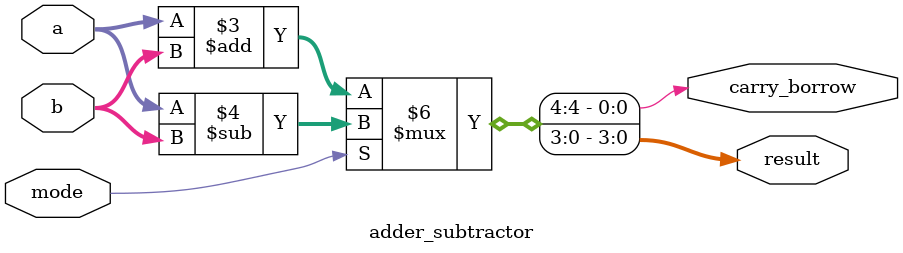
<source format=v>
module adder_subtractor(
  input [3:0]a,
  input [3:0]b,
  input mode,
  output reg[3:0]result,
  output reg carry_borrow);
  
  always@(*)
    begin
      if(mode==0)begin
      {carry_borrow,result}=a+b;
      end
      else
        begin
          {carry_borrow,result}=a-b;
        end
    end
endmodule

</source>
